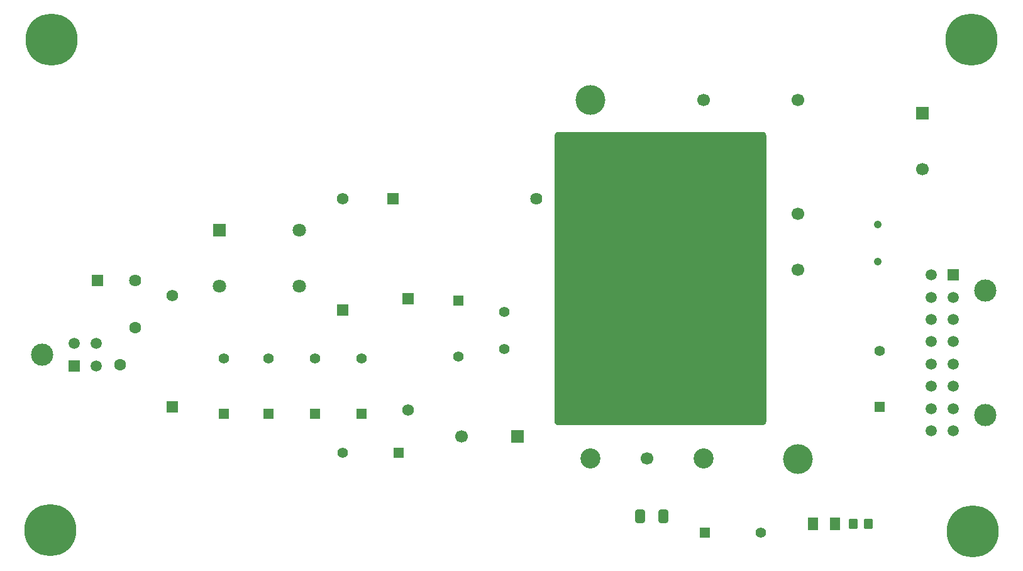
<source format=gbr>
%TF.GenerationSoftware,KiCad,Pcbnew,8.0.4*%
%TF.CreationDate,2024-11-06T13:18:38+05:30*%
%TF.ProjectId,PS_CARD,50535f43-4152-4442-9e6b-696361645f70,rev?*%
%TF.SameCoordinates,Original*%
%TF.FileFunction,Soldermask,Top*%
%TF.FilePolarity,Negative*%
%FSLAX46Y46*%
G04 Gerber Fmt 4.6, Leading zero omitted, Abs format (unit mm)*
G04 Created by KiCad (PCBNEW 8.0.4) date 2024-11-06 13:18:38*
%MOMM*%
%LPD*%
G01*
G04 APERTURE LIST*
G04 Aperture macros list*
%AMRoundRect*
0 Rectangle with rounded corners*
0 $1 Rounding radius*
0 $2 $3 $4 $5 $6 $7 $8 $9 X,Y pos of 4 corners*
0 Add a 4 corners polygon primitive as box body*
4,1,4,$2,$3,$4,$5,$6,$7,$8,$9,$2,$3,0*
0 Add four circle primitives for the rounded corners*
1,1,$1+$1,$2,$3*
1,1,$1+$1,$4,$5*
1,1,$1+$1,$6,$7*
1,1,$1+$1,$8,$9*
0 Add four rect primitives between the rounded corners*
20,1,$1+$1,$2,$3,$4,$5,0*
20,1,$1+$1,$4,$5,$6,$7,0*
20,1,$1+$1,$6,$7,$8,$9,0*
20,1,$1+$1,$8,$9,$2,$3,0*%
G04 Aperture macros list end*
%ADD10R,1.800000X1.800000*%
%ADD11C,1.700000*%
%ADD12R,1.625600X1.625600*%
%ADD13C,1.625600*%
%ADD14C,3.900000*%
%ADD15C,7.000000*%
%ADD16C,4.000000*%
%ADD17C,2.700000*%
%ADD18R,1.422400X1.422400*%
%ADD19C,1.422400*%
%ADD20C,1.066800*%
%ADD21C,2.999999*%
%ADD22R,1.520000X1.520000*%
%ADD23C,1.520000*%
%ADD24RoundRect,0.250000X0.350000X0.450000X-0.350000X0.450000X-0.350000X-0.450000X0.350000X-0.450000X0*%
%ADD25R,1.574800X1.574800*%
%ADD26C,1.574800*%
%ADD27C,1.404000*%
%ADD28RoundRect,0.250000X-0.412500X-0.650000X0.412500X-0.650000X0.412500X0.650000X-0.412500X0.650000X0*%
%ADD29C,1.600000*%
%ADD30C,1.800000*%
%ADD31RoundRect,0.250001X-0.462499X-0.624999X0.462499X-0.624999X0.462499X0.624999X-0.462499X0.624999X0*%
G04 APERTURE END LIST*
D10*
%TO.C,C9*%
X179000000Y-80500000D03*
D11*
X179000000Y-88000000D03*
%TD*%
D12*
%TO.C,F1*%
X67920000Y-103000000D03*
D13*
X73000000Y-103000000D03*
%TD*%
D14*
%TO.C,MH4*%
X185600000Y-70600000D03*
D15*
X185600000Y-70600000D03*
%TD*%
D16*
%TO.C,U1*%
X162250000Y-127050000D03*
X134350000Y-78700000D03*
D11*
X149550000Y-78700000D03*
X162250000Y-78700000D03*
X162250000Y-94000000D03*
X162250000Y-101600000D03*
D17*
X149550000Y-127000000D03*
D11*
X141950000Y-127000000D03*
D17*
X134350000Y-127000000D03*
%TD*%
D18*
%TO.C,C12*%
X149750000Y-137000000D03*
D19*
X157250000Y-137000000D03*
%TD*%
D20*
%TO.C,C10*%
X173000000Y-95500000D03*
X173000000Y-100500000D03*
%TD*%
D21*
%TO.C,J2*%
X187520000Y-121100347D03*
X187520000Y-104400380D03*
D22*
X183200001Y-102260354D03*
D23*
X183200001Y-105260353D03*
X183200001Y-108260352D03*
X183200001Y-111260351D03*
X183200001Y-114260350D03*
X183200001Y-117260349D03*
X183200001Y-120260348D03*
X183200001Y-123260348D03*
X180200002Y-102260354D03*
X180200002Y-105260353D03*
X180200002Y-108260352D03*
X180200002Y-111260351D03*
X180200002Y-114260350D03*
X180200002Y-117260349D03*
X180200002Y-120260348D03*
X180200002Y-123260348D03*
%TD*%
D24*
%TO.C,R1*%
X171750000Y-135750000D03*
X169750000Y-135750000D03*
%TD*%
D14*
%TO.C,MH2*%
X61600000Y-136600000D03*
D15*
X61600000Y-136600000D03*
%TD*%
D10*
%TO.C,C14*%
X124500000Y-124000000D03*
D11*
X117000000Y-124000000D03*
%TD*%
D18*
%TO.C,C11*%
X173250000Y-120000000D03*
D19*
X173250000Y-112500000D03*
%TD*%
D25*
%TO.C,C3*%
X109750000Y-105500000D03*
D26*
X109750000Y-120486000D03*
%TD*%
D27*
%TO.C,RT1*%
X122750000Y-107250000D03*
X122750000Y-112250000D03*
%TD*%
D18*
%TO.C,C7*%
X103500000Y-121000000D03*
D19*
X103500000Y-113500000D03*
%TD*%
D28*
%TO.C,C15*%
X141000000Y-134750000D03*
X144125000Y-134750000D03*
%TD*%
D29*
%TO.C,RV1*%
X73000000Y-109400000D03*
X71000000Y-114400000D03*
%TD*%
D25*
%TO.C,C1*%
X78000000Y-120000000D03*
D26*
X78000000Y-105014000D03*
%TD*%
D18*
%TO.C,C13*%
X108500000Y-126250000D03*
D19*
X101000000Y-126250000D03*
%TD*%
D12*
%TO.C,L2*%
X107696000Y-92000000D03*
D13*
X127000000Y-92000000D03*
%TD*%
D10*
%TO.C,L1*%
X84400000Y-96250000D03*
D30*
X84400000Y-103750000D03*
X95100000Y-103750000D03*
X95100000Y-96250000D03*
%TD*%
D14*
%TO.C,MH3*%
X185800000Y-136800000D03*
D15*
X185800000Y-136800000D03*
%TD*%
D18*
%TO.C,C4*%
X85000000Y-121000000D03*
D19*
X85000000Y-113500000D03*
%TD*%
D25*
%TO.C,C2*%
X101000000Y-107000000D03*
D26*
X101000000Y-92014000D03*
%TD*%
D18*
%TO.C,C5*%
X91000000Y-121000000D03*
D19*
X91000000Y-113500000D03*
%TD*%
D31*
%TO.C,D1*%
X164262500Y-135750000D03*
X167237500Y-135750000D03*
%TD*%
D18*
%TO.C,C8*%
X116500000Y-105750000D03*
D19*
X116500000Y-113250000D03*
%TD*%
D18*
%TO.C,C6*%
X97250000Y-121000000D03*
D19*
X97250000Y-113500000D03*
%TD*%
D21*
%TO.C,J1*%
X60480001Y-113000000D03*
D22*
X64800000Y-114500000D03*
D23*
X64800000Y-111500001D03*
X67799999Y-114500000D03*
X67799999Y-111500001D03*
%TD*%
D14*
%TO.C,MH1*%
X61800000Y-70600000D03*
D15*
X61800000Y-70600000D03*
%TD*%
G36*
X157508059Y-83001061D02*
G01*
X157613223Y-83014906D01*
X157644491Y-83023284D01*
X157734918Y-83060740D01*
X157762951Y-83076925D01*
X157840601Y-83136508D01*
X157863491Y-83159398D01*
X157923074Y-83237048D01*
X157939259Y-83265081D01*
X157976715Y-83355508D01*
X157985093Y-83386775D01*
X157998939Y-83491939D01*
X158000000Y-83508125D01*
X158000000Y-121991874D01*
X157998939Y-122008060D01*
X157985093Y-122113224D01*
X157976715Y-122144491D01*
X157939259Y-122234918D01*
X157923074Y-122262951D01*
X157863491Y-122340601D01*
X157840601Y-122363491D01*
X157762951Y-122423074D01*
X157734918Y-122439259D01*
X157644491Y-122476715D01*
X157613224Y-122485093D01*
X157508060Y-122498939D01*
X157491874Y-122500000D01*
X130008126Y-122500000D01*
X129991940Y-122498939D01*
X129886775Y-122485093D01*
X129855508Y-122476715D01*
X129765081Y-122439259D01*
X129737048Y-122423074D01*
X129659398Y-122363491D01*
X129636508Y-122340601D01*
X129576925Y-122262951D01*
X129560740Y-122234918D01*
X129523284Y-122144491D01*
X129514906Y-122113223D01*
X129501061Y-122008059D01*
X129500000Y-121991874D01*
X129500000Y-83508125D01*
X129501061Y-83491940D01*
X129514906Y-83386776D01*
X129523284Y-83355508D01*
X129560740Y-83265081D01*
X129576925Y-83237048D01*
X129636508Y-83159398D01*
X129659398Y-83136508D01*
X129737048Y-83076925D01*
X129765081Y-83060740D01*
X129855508Y-83023284D01*
X129886776Y-83014906D01*
X129991941Y-83001061D01*
X130008126Y-83000000D01*
X157491874Y-83000000D01*
X157508059Y-83001061D01*
G37*
M02*

</source>
